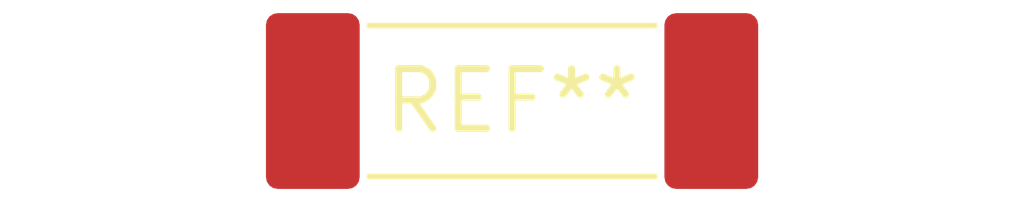
<source format=kicad_pcb>
(kicad_pcb (version 20240108) (generator pcbnew)
  (layers (0 "F.Cu" signal) (31 "B.Cu" signal) (34 "B.Paste" user) (35 "F.Paste" user) (36 "B.SilkS" user "B.Silkscreen") (37 "F.SilkS" user "F.Silkscreen") (38 "B.Mask" user) (39 "F.Mask" user) (44 "Edge.Cuts" user))
  (net 0 "")
  (footprint "Fuse_Schurter_UMT250" (layer "F.Cu") (at 0 0)
    (property "Reference" "REF**")
    (property "Value" "Fuse_Schurter_UMT250")
    (fp_line (start -3.05 -1.61) (end 3.05 -1.61) (layer "F.SilkS") (stroke (width 0.12)))
    (fp_line (start -3.05 1.61) (end 3.05 1.61) (layer "F.SilkS") (stroke (width 0.12)))
    (pad "1" smd roundrect (at -4.25 0) (size 2 3.75) (layers "F.Cu" "F.Paste" "F.Mask") (roundrect_rratio 0.125))
    (pad "2" smd roundrect (at 4.25 0) (size 2 3.75) (layers "F.Cu" "F.Paste" "F.Mask") (roundrect_rratio 0.125))
  )
)
</source>
